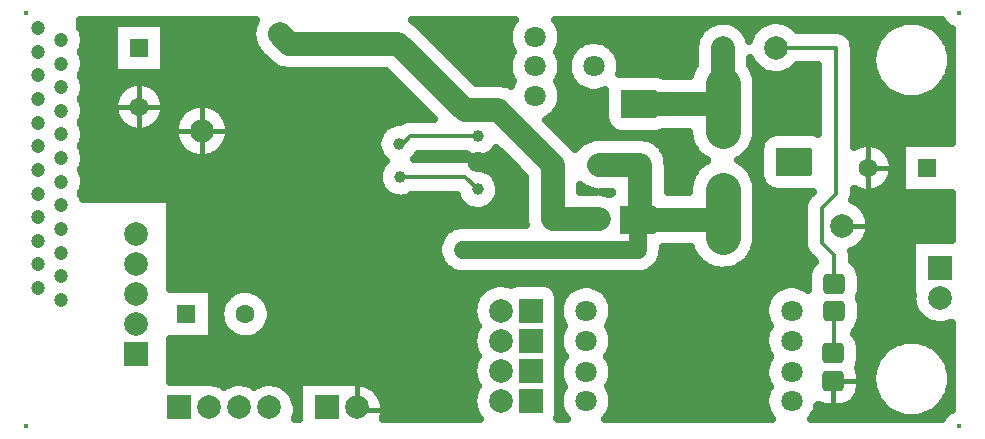
<source format=gbr>
G04 DipTrace 4.1.0.1*
G04 1 - Âåðõíèé.gbr*
%MOMM*%
G04 #@! TF.FileFunction,Copper,L1,Top*
G04 #@! TF.Part,Single*
%AMOUTLINE0*
4,1,28,
0.91,0.50068,
0.91,-0.50068,
0.89708,-0.59886,
0.85918,-0.69034,
0.7989,-0.7689,
0.72034,-0.82918,
0.62886,-0.86708,
0.53068,-0.88,
-0.53068,-0.88,
-0.62886,-0.86708,
-0.72034,-0.82918,
-0.7989,-0.7689,
-0.85918,-0.69034,
-0.89708,-0.59886,
-0.91,-0.50068,
-0.91,0.50068,
-0.89708,0.59886,
-0.85918,0.69034,
-0.7989,0.7689,
-0.72034,0.82918,
-0.62886,0.86708,
-0.53068,0.88,
0.53068,0.88,
0.62886,0.86708,
0.72034,0.82918,
0.7989,0.7689,
0.85918,0.69034,
0.89708,0.59886,
0.91,0.50068,
0*%
%AMOUTLINE1*
4,1,28,
-0.91,-0.50068,
-0.91,0.50068,
-0.89708,0.59886,
-0.85918,0.69034,
-0.7989,0.7689,
-0.72034,0.82918,
-0.62886,0.86708,
-0.53068,0.88,
0.53068,0.88,
0.62886,0.86708,
0.72034,0.82918,
0.7989,0.7689,
0.85918,0.69034,
0.89708,0.59886,
0.91,0.50068,
0.91,-0.50068,
0.89708,-0.59886,
0.85918,-0.69034,
0.7989,-0.7689,
0.72034,-0.82918,
0.62886,-0.86708,
0.53068,-0.88,
-0.53068,-0.88,
-0.62886,-0.86708,
-0.72034,-0.82918,
-0.7989,-0.7689,
-0.85918,-0.69034,
-0.89708,-0.59886,
-0.91,-0.50068,
0*%
%AMOUTLINE12*
4,1,28,
-1.38005,1.19994,
1.37995,1.20006,
1.41101,1.19597,
1.43995,1.18399,
1.4648,1.16492,
1.48387,1.14007,
1.49586,1.11112,
1.49995,1.08007,
1.50005,-1.07993,
1.49596,-1.11099,
1.48397,-1.13993,
1.4649,-1.16479,
1.44005,-1.18386,
1.41111,-1.19585,
1.38005,-1.19994,
-1.37995,-1.20006,
-1.41101,-1.19597,
-1.43995,-1.18399,
-1.4648,-1.16492,
-1.48387,-1.14007,
-1.49586,-1.11112,
-1.49995,-1.08007,
-1.50005,1.07993,
-1.49596,1.11099,
-1.48397,1.13993,
-1.4649,1.16479,
-1.44005,1.18386,
-1.41111,1.19585,
-1.38005,1.19994,
0*%
%AMOUTLINE16*
4,1,4,
-0.99996,1.00004,
1.00004,0.99996,
0.99996,-1.00004,
-1.00004,-0.99996,
-0.99996,1.00004,
0*%
G04 #@! TA.AperFunction,CopperBalancing*
%ADD15C,0.4*%
G04 #@! TA.AperFunction,Conductor*
%ADD16C,2.0*%
G04 #@! TA.AperFunction,ViaPad*
%ADD17C,1.0*%
G04 #@! TA.AperFunction,Conductor*
%ADD18C,0.33*%
%ADD19C,3.0*%
%ADD21C,1.5*%
G04 #@! TA.AperFunction,CopperBalancing*
%ADD24C,0.635*%
G04 #@! TA.AperFunction,ComponentPad*
%ADD25R,1.6X1.6*%
%ADD26C,1.6*%
%ADD30R,2.0X2.0*%
%ADD31C,2.0*%
%ADD32C,1.2*%
%ADD37C,1.8*%
G04 #@! TA.AperFunction,ViaPad*
%ADD38C,1.2*%
%ADD40C,1.4*%
%ADD45OUTLINE0*%
%ADD46OUTLINE1*%
%ADD57OUTLINE12*%
G04 #@! TA.AperFunction,ComponentPad*
%ADD61OUTLINE16*%
%FSLAX35Y35*%
G04*
G71*
G90*
G75*
G01*
G04 Top*
%LPD*%
X6350000Y3204820D2*
D18*
X6860000D1*
Y1969997D1*
X6740000Y1849997D1*
Y1550000D1*
X6844000Y1446000D1*
Y1207500D1*
X5900000Y3200000D2*
D16*
Y2900000D1*
D19*
Y2727723D1*
Y2500000D1*
X5190230Y2727723D2*
D16*
X5900000D1*
X2150000Y3320000D2*
X2230000Y3240000D1*
X3150000D1*
X3715000Y2675000D1*
X3995000D1*
X4460000Y2210000D1*
Y1750000D1*
X4850000D1*
X3170000Y2110000D2*
D18*
X3720000D1*
X3825000Y2005000D1*
X3160000Y2390000D2*
X3190000D1*
X3255000Y2455000D1*
X3830000D1*
X5182773Y1747720D2*
D17*
X5200000D1*
D16*
Y2215000D1*
X4850000D1*
X3700000Y1495000D2*
D21*
X5182773D1*
Y1747720D1*
D16*
X5900000D1*
D19*
Y2000000D1*
Y1747720D2*
X5901020Y1600007D1*
X6844000Y972500D2*
D18*
Y625500D1*
X6836000Y617500D1*
D38*
X4850000Y2215000D3*
D17*
X3160000Y2390000D3*
X3170000Y2110000D3*
X3825000Y2005000D3*
X3830000Y2455000D3*
D38*
X4850000Y1750000D3*
D40*
X3700000Y1495000D3*
D38*
X5900000Y3200000D3*
D15*
X0Y0D3*
Y3500000D3*
X7900000D3*
Y0D3*
D37*
X4310000Y3046000D3*
X3830000Y2235000D3*
X468213Y3375083D2*
D24*
X740617D1*
X1179380D2*
X1917220D1*
X3350793D2*
X4095103D1*
X4524840D2*
X5739877D1*
X6060103D2*
X6184577D1*
X6515420D2*
X7306443D1*
X7693573D2*
X7805287D1*
X494737Y3311917D2*
X740617D1*
X1179380D2*
X1910747D1*
X3413957D2*
X4081203D1*
X4538787D2*
X5689243D1*
X6110733D2*
X6136680D1*
X6970693D2*
X7237130D1*
X7762890D2*
X7831900D1*
X498157Y3248750D2*
X740617D1*
X1179380D2*
X1921777D1*
X3477120D2*
X4085670D1*
X4534320D2*
X4710703D1*
X4909293D2*
X5665773D1*
X7009250D2*
X7196023D1*
X7803997D2*
X7831900D1*
X479880Y3185583D2*
X740617D1*
X1179380D2*
X1953313D1*
X3540283D2*
X4109870D1*
X4510120D2*
X4629720D1*
X4990277D2*
X5660623D1*
X7015857D2*
X7172097D1*
X492093Y3122417D2*
X740617D1*
X1179380D2*
X2011693D1*
X3603493D2*
X4094147D1*
X4525890D2*
X4594127D1*
X5025870D2*
X5660623D1*
X7015857D2*
X7161660D1*
X499020Y3059250D2*
X740617D1*
X1179380D2*
X2076587D1*
X3666657D2*
X4081023D1*
X4538970D2*
X4581003D1*
X5038997D2*
X5659667D1*
X6140310D2*
X6161700D1*
X7015857D2*
X7163390D1*
X484620Y2996083D2*
X740617D1*
X1179380D2*
X3058047D1*
X3729823D2*
X4086307D1*
X4533727D2*
X4586290D1*
X5033710D2*
X5627447D1*
X6172577D2*
X6240083D1*
X6459913D2*
X6704107D1*
X7015857D2*
X7177563D1*
X488813Y2932917D2*
X3121210D1*
X3792987D2*
X4111420D1*
X4508573D2*
X4611443D1*
X6187433D2*
X6704107D1*
X7015857D2*
X7205910D1*
X7794107D2*
X7831900D1*
X499340Y2869750D2*
X819870D1*
X1100173D2*
X3184373D1*
X4526847D2*
X4666997D1*
X6189393D2*
X6704107D1*
X7015857D2*
X7253443D1*
X7746573D2*
X7831900D1*
X488630Y2806583D2*
X766960D1*
X1153037D2*
X3247540D1*
X4539107D2*
X4900833D1*
X6189393D2*
X6704107D1*
X7015857D2*
X7336707D1*
X7663267D2*
X7831900D1*
X484847Y2743417D2*
X744310D1*
X1175687D2*
X3310703D1*
X4533090D2*
X4900880D1*
X6189393D2*
X6704107D1*
X7015857D2*
X7831900D1*
X499067Y2680250D2*
X741987D1*
X1178057D2*
X1335983D1*
X1644040D2*
X3373867D1*
X4506977D2*
X4900880D1*
X6189393D2*
X6704107D1*
X7015857D2*
X7831900D1*
X491957Y2617083D2*
X759167D1*
X1160830D2*
X1282160D1*
X1697817D2*
X3437030D1*
X4449510D2*
X4900880D1*
X6189393D2*
X6704107D1*
X7015857D2*
X7831900D1*
X480153Y2553917D2*
X802507D1*
X1117537D2*
X1256960D1*
X1723063D2*
X3072220D1*
X4451970D2*
X4916647D1*
X6189393D2*
X6704107D1*
X7015857D2*
X7831900D1*
X498247Y2490750D2*
X1250807D1*
X1729170D2*
X3000853D1*
X4515133D2*
X4979583D1*
X5400890D2*
X5610767D1*
X6189210D2*
X6354837D1*
X6651137D2*
X6704107D1*
X7015857D2*
X7831900D1*
X494647Y2427583D2*
X1262153D1*
X1717823D2*
X2974510D1*
X4578300D2*
X4748210D1*
X5301770D2*
X5620063D1*
X6179960D2*
X6238670D1*
X7015857D2*
X7831900D1*
X474687Y2364417D2*
X1294147D1*
X1685877D2*
X2972413D1*
X4640870D2*
X4664857D1*
X5385167D2*
X5645220D1*
X6154803D2*
X6214563D1*
X7254250D2*
X7410623D1*
X496833Y2301250D2*
X1362003D1*
X1617973D2*
X2993607D1*
X3326410D2*
X3724367D1*
X3935630D2*
X4032850D1*
X5422810D2*
X5692160D1*
X6107863D2*
X6213380D1*
X7316137D2*
X7410623D1*
X496697Y2238083D2*
X3032937D1*
X3803513D2*
X4096017D1*
X5438213D2*
X5740607D1*
X6059373D2*
X6213380D1*
X7343163D2*
X7410623D1*
X474320Y2174917D2*
X2992513D1*
X3899353D2*
X4159180D1*
X5439353D2*
X5671153D1*
X6128827D2*
X6213380D1*
X7349040D2*
X7410623D1*
X494830Y2111750D2*
X2980617D1*
X3980017D2*
X4220610D1*
X5439353D2*
X5633647D1*
X6166377D2*
X6214517D1*
X7335643D2*
X7410623D1*
X498200Y2048583D2*
X2991237D1*
X4009093D2*
X4220610D1*
X5439353D2*
X5614823D1*
X6185153D2*
X6238260D1*
X7298273D2*
X7410623D1*
X479880Y1985417D2*
X3029563D1*
X4013330D2*
X4220610D1*
X4699387D2*
X4803763D1*
X5439353D2*
X5610630D1*
X6189393D2*
X6344537D1*
X7015857D2*
X7054790D1*
X7205213D2*
X7410623D1*
X492187Y1922250D2*
X3655417D1*
X3994600D2*
X4220610D1*
X6189393D2*
X6602753D1*
X7008063D2*
X7831900D1*
X1228097Y1859083D2*
X3708190D1*
X3941827D2*
X4220610D1*
X6189393D2*
X6584387D1*
X7085673D2*
X7831900D1*
X1228097Y1795917D2*
X4220610D1*
X6189393D2*
X6584113D1*
X7128240D2*
X7831900D1*
X1228097Y1732750D2*
X4221250D1*
X6189483D2*
X6584113D1*
X7146923D2*
X7831900D1*
X1228097Y1669583D2*
X3580540D1*
X6189940D2*
X6584113D1*
X7147517D2*
X7831900D1*
X1228097Y1606417D2*
X3517970D1*
X6190350D2*
X6584113D1*
X7130200D2*
X7831900D1*
X1228097Y1543250D2*
X3491307D1*
X6184653D2*
X6584297D1*
X7089687D2*
X7500630D1*
X1228097Y1480083D2*
X3486160D1*
X5396607D2*
X5638293D1*
X6163733D2*
X6601477D1*
X6996170D2*
X7500630D1*
X1228097Y1416917D2*
X3500833D1*
X5381930D2*
X5678853D1*
X6123173D2*
X6655300D1*
X6999860D2*
X7500630D1*
X1228097Y1353750D2*
X3540937D1*
X5341827D2*
X5755190D1*
X6046840D2*
X6643267D1*
X7044750D2*
X7500630D1*
X1228097Y1290583D2*
X3655097D1*
X5227667D2*
X6616837D1*
X7071137D2*
X7500630D1*
X1228097Y1227417D2*
X6613647D1*
X7074373D2*
X7500630D1*
X1228097Y1164250D2*
X3874760D1*
X4483323D2*
X4613907D1*
X4872610D2*
X6353790D1*
X7074373D2*
X7500630D1*
X1579373Y1101083D2*
X1705260D1*
X2014730D2*
X3817110D1*
X4512900D2*
X4550787D1*
X4935727D2*
X6290717D1*
X7064803D2*
X7500997D1*
X1579373Y1037917D2*
X1660417D1*
X2059573D2*
X3789903D1*
X4964483D2*
X6262003D1*
X7073690D2*
X7506147D1*
X1579373Y974750D2*
X1642277D1*
X2077713D2*
X3782153D1*
X4972597D2*
X6253893D1*
X7074373D2*
X7530117D1*
X1579373Y911583D2*
X1643827D1*
X2076210D2*
X3791860D1*
X4962433D2*
X6264100D1*
X7074007D2*
X7581707D1*
X1579373Y848417D2*
X1665473D1*
X2054517D2*
X3818613D1*
X4512490D2*
X4552337D1*
X4934177D2*
X6292267D1*
X7057510D2*
X7831900D1*
X1579373Y785250D2*
X1716517D1*
X2003473D2*
X3790540D1*
X4963800D2*
X6262643D1*
X7019413D2*
X7831900D1*
X1228097Y722083D2*
X3782153D1*
X4972597D2*
X6253893D1*
X7057467D2*
X7410077D1*
X7589940D2*
X7831900D1*
X1228097Y658917D2*
X3791177D1*
X4963163D2*
X6263373D1*
X7066353D2*
X7284660D1*
X7715357D2*
X7831900D1*
X1228097Y595750D2*
X3820117D1*
X4511990D2*
X4553887D1*
X4932627D2*
X6293950D1*
X7066353D2*
X7224550D1*
X7775420D2*
X7831900D1*
X1228097Y532583D2*
X3791177D1*
X4959837D2*
X6266607D1*
X7062797D2*
X7188457D1*
X7811560D2*
X7831900D1*
X1228097Y469417D2*
X3782153D1*
X4972323D2*
X6254167D1*
X7062340D2*
X7168223D1*
X1228097Y406250D2*
X3790540D1*
X4966490D2*
X6260047D1*
X7066353D2*
X7160977D1*
X2180617Y343083D2*
X2309647D1*
X2923590D2*
X3818613D1*
X4512447D2*
X4545910D1*
X4940603D2*
X6285930D1*
X7066353D2*
X7165807D1*
X2252713Y279917D2*
X2309647D1*
X2995687D2*
X3791860D1*
X4962387D2*
X6264057D1*
X7058103D2*
X7183307D1*
X2286390Y216750D2*
X2309647D1*
X3029367D2*
X3782153D1*
X4972597D2*
X6253893D1*
X7021280D2*
X7215890D1*
X7784080D2*
X7831900D1*
X3041990Y153583D2*
X3789903D1*
X4964483D2*
X6262003D1*
X6704457D2*
X7270033D1*
X7729940D2*
X7831900D1*
X3037023Y90417D2*
X3817153D1*
X4512900D2*
X4550743D1*
X4935773D2*
X6290760D1*
X6675700D2*
X7371660D1*
X7628357D2*
X7770193D1*
X770300Y3417020D2*
X1173007D1*
Y2990980D1*
X746967D1*
Y3417020D1*
X770300D1*
X1172890Y2696223D2*
X1172463Y2688453D1*
X1171753Y2680707D1*
X1170763Y2672987D1*
X1169490Y2665310D1*
X1167937Y2657687D1*
X1166107Y2650123D1*
X1164000Y2642633D1*
X1161623Y2635223D1*
X1158977Y2627907D1*
X1156067Y2620690D1*
X1152893Y2613587D1*
X1149460Y2606603D1*
X1145777Y2599747D1*
X1141847Y2593033D1*
X1137673Y2586467D1*
X1133260Y2580057D1*
X1128620Y2573810D1*
X1123750Y2567740D1*
X1118667Y2561850D1*
X1113370Y2556150D1*
X1107867Y2550650D1*
X1102167Y2545350D1*
X1096277Y2540267D1*
X1090207Y2535397D1*
X1083963Y2530757D1*
X1077553Y2526343D1*
X1070987Y2522170D1*
X1064270Y2518237D1*
X1057417Y2514553D1*
X1050433Y2511123D1*
X1043330Y2507950D1*
X1036113Y2505037D1*
X1028797Y2502390D1*
X1021387Y2500013D1*
X1013897Y2497907D1*
X1006333Y2496077D1*
X998707Y2494523D1*
X991033Y2493250D1*
X983313Y2492260D1*
X975567Y2491550D1*
X967797Y2491123D1*
X960017Y2490980D1*
X952237Y2491123D1*
X944467Y2491547D1*
X936717Y2492257D1*
X929000Y2493250D1*
X921323Y2494523D1*
X913700Y2496077D1*
X906137Y2497907D1*
X898643Y2500010D1*
X891237Y2502387D1*
X883917Y2505033D1*
X876703Y2507947D1*
X869597Y2511120D1*
X862613Y2514550D1*
X855760Y2518233D1*
X849043Y2522167D1*
X842477Y2526340D1*
X836067Y2530750D1*
X829823Y2535393D1*
X823753Y2540260D1*
X817863Y2545347D1*
X812163Y2550643D1*
X806660Y2556147D1*
X801363Y2561843D1*
X796277Y2567733D1*
X791410Y2573803D1*
X786767Y2580050D1*
X782357Y2586460D1*
X778180Y2593027D1*
X774250Y2599740D1*
X770567Y2606593D1*
X767133Y2613580D1*
X763960Y2620683D1*
X761050Y2627900D1*
X758403Y2635217D1*
X756023Y2642627D1*
X753920Y2650117D1*
X752090Y2657680D1*
X750537Y2665303D1*
X749263Y2672980D1*
X748270Y2680697D1*
X747560Y2688447D1*
X747133Y2696217D1*
X746993Y2703997D1*
X747133Y2711777D1*
X747560Y2719547D1*
X748270Y2727293D1*
X749260Y2735013D1*
X750533Y2742690D1*
X752087Y2750313D1*
X753917Y2757877D1*
X756023Y2765367D1*
X758400Y2772777D1*
X761047Y2780093D1*
X763957Y2787310D1*
X767133Y2794413D1*
X770563Y2801397D1*
X774247Y2808253D1*
X778177Y2814967D1*
X782350Y2821533D1*
X786763Y2827943D1*
X791403Y2834190D1*
X796273Y2840260D1*
X801357Y2846150D1*
X806657Y2851850D1*
X812157Y2857350D1*
X817857Y2862650D1*
X823747Y2867733D1*
X829817Y2872603D1*
X836060Y2877243D1*
X842470Y2881657D1*
X849037Y2885830D1*
X855753Y2889763D1*
X862607Y2893447D1*
X869590Y2896877D1*
X876697Y2900050D1*
X883910Y2902963D1*
X891227Y2905610D1*
X898637Y2907987D1*
X906127Y2910093D1*
X913690Y2911923D1*
X921317Y2913477D1*
X928993Y2914750D1*
X936710Y2915740D1*
X944460Y2916450D1*
X952227Y2916877D1*
X960007Y2917020D1*
X967787Y2916877D1*
X975557Y2916453D1*
X983307Y2915743D1*
X991023Y2914750D1*
X998700Y2913477D1*
X1006327Y2911923D1*
X1013887Y2910093D1*
X1021380Y2907990D1*
X1028787Y2905613D1*
X1036107Y2902967D1*
X1043320Y2900053D1*
X1050427Y2896880D1*
X1057410Y2893450D1*
X1064263Y2889767D1*
X1070980Y2885833D1*
X1077547Y2881660D1*
X1083957Y2877250D1*
X1090200Y2872607D1*
X1096273Y2867740D1*
X1102160Y2862653D1*
X1107860Y2857357D1*
X1113363Y2851853D1*
X1118660Y2846157D1*
X1123747Y2840267D1*
X1128613Y2834197D1*
X1133257Y2827950D1*
X1137667Y2821540D1*
X1141843Y2814973D1*
X1145773Y2808260D1*
X1149457Y2801407D1*
X1152890Y2794420D1*
X1156063Y2787317D1*
X1158973Y2780100D1*
X1161620Y2772783D1*
X1164000Y2765373D1*
X1166103Y2757883D1*
X1167933Y2750320D1*
X1169487Y2742697D1*
X1170760Y2735020D1*
X1171753Y2727303D1*
X1172463Y2719553D1*
X1172890Y2711783D1*
X1173033Y2704000D1*
X1172890Y2696223D1*
X2071743Y924977D2*
X2067897Y901823D1*
X2061527Y879237D1*
X2052710Y857483D1*
X2041553Y836837D1*
X2028193Y817540D1*
X2012793Y799830D1*
X1995537Y783923D1*
X1976633Y770010D1*
X1956317Y758263D1*
X1934830Y748820D1*
X1912437Y741797D1*
X1889407Y737283D1*
X1866017Y735327D1*
X1842557Y735957D1*
X1819307Y739167D1*
X1796553Y744910D1*
X1774567Y753127D1*
X1753617Y763707D1*
X1733960Y776530D1*
X1715833Y791440D1*
X1699457Y808250D1*
X1685030Y826760D1*
X1672727Y846747D1*
X1662693Y867963D1*
X1655057Y890157D1*
X1649910Y913053D1*
X1647313Y936380D1*
X1647297Y959850D1*
X1649860Y983180D1*
X1654977Y1006083D1*
X1662583Y1028287D1*
X1672583Y1049520D1*
X1684860Y1069520D1*
X1699263Y1088053D1*
X1715617Y1104887D1*
X1733723Y1119820D1*
X1753363Y1132670D1*
X1774297Y1143280D1*
X1796270Y1151527D1*
X1819017Y1157303D1*
X1842260Y1160543D1*
X1865720Y1161207D1*
X1889113Y1159283D1*
X1912150Y1154800D1*
X1934553Y1147810D1*
X1956053Y1138397D1*
X1976387Y1126677D1*
X1995307Y1112790D1*
X2012587Y1096907D1*
X2028013Y1079220D1*
X2041397Y1059943D1*
X2052583Y1039310D1*
X2061430Y1017570D1*
X2067833Y994990D1*
X2071710Y971843D1*
X2073020Y948263D1*
X2071743Y924977D1*
X7831933Y3076687D2*
X7829497Y3053587D1*
X7825457Y3030717D1*
X7819830Y3008183D1*
X7812647Y2986097D1*
X7803940Y2964563D1*
X7793753Y2943693D1*
X7782133Y2923583D1*
X7769140Y2904330D1*
X7754837Y2886033D1*
X7739290Y2868780D1*
X7722577Y2852650D1*
X7704780Y2837727D1*
X7685987Y2824080D1*
X7666287Y2811780D1*
X7645777Y2800880D1*
X7624553Y2791440D1*
X7602727Y2783503D1*
X7580400Y2777110D1*
X7557680Y2772287D1*
X7534680Y2769063D1*
X7511510Y2767450D1*
X7488283Y2767457D1*
X7465117Y2769083D1*
X7442117Y2772323D1*
X7419400Y2777160D1*
X7397077Y2783567D1*
X7375253Y2791517D1*
X7354040Y2800970D1*
X7333537Y2811880D1*
X7313843Y2824197D1*
X7295057Y2837853D1*
X7277270Y2852787D1*
X7260567Y2868927D1*
X7245033Y2886190D1*
X7230740Y2904497D1*
X7217757Y2923757D1*
X7206150Y2943873D1*
X7195977Y2964753D1*
X7187283Y2986290D1*
X7180113Y3008380D1*
X7174500Y3030917D1*
X7170473Y3053793D1*
X7168053Y3076890D1*
X7167250Y3100103D1*
X7168067Y3123313D1*
X7170503Y3146413D1*
X7174543Y3169283D1*
X7180170Y3191817D1*
X7187353Y3213903D1*
X7196060Y3235437D1*
X7206247Y3256307D1*
X7217867Y3276417D1*
X7230860Y3295670D1*
X7245163Y3313967D1*
X7260710Y3331220D1*
X7277423Y3347350D1*
X7295220Y3362273D1*
X7314013Y3375920D1*
X7333713Y3388220D1*
X7354223Y3399120D1*
X7375447Y3408560D1*
X7397273Y3416497D1*
X7419600Y3422890D1*
X7442320Y3427713D1*
X7465320Y3430937D1*
X7488490Y3432550D1*
X7511717Y3432543D1*
X7534883Y3430917D1*
X7557883Y3427677D1*
X7580600Y3422840D1*
X7602923Y3416433D1*
X7624747Y3408483D1*
X7645960Y3399030D1*
X7666463Y3388120D1*
X7686157Y3375803D1*
X7704943Y3362147D1*
X7722730Y3347213D1*
X7739433Y3331073D1*
X7754967Y3313810D1*
X7769260Y3295503D1*
X7782243Y3276243D1*
X7793850Y3256127D1*
X7804023Y3235247D1*
X7812717Y3213710D1*
X7819887Y3191620D1*
X7825500Y3169083D1*
X7829527Y3146207D1*
X7831947Y3123110D1*
X7832750Y3100000D1*
X7831933Y3076687D1*
Y376687D2*
X7829497Y353587D1*
X7825457Y330717D1*
X7819830Y308183D1*
X7812647Y286097D1*
X7803940Y264563D1*
X7793753Y243693D1*
X7782133Y223583D1*
X7769140Y204330D1*
X7754837Y186033D1*
X7739290Y168780D1*
X7722577Y152650D1*
X7704780Y137727D1*
X7685987Y124080D1*
X7666287Y111780D1*
X7645777Y100880D1*
X7624553Y91440D1*
X7602727Y83503D1*
X7580400Y77110D1*
X7557680Y72287D1*
X7534680Y69063D1*
X7511510Y67450D1*
X7488283Y67457D1*
X7465117Y69083D1*
X7442117Y72323D1*
X7419400Y77160D1*
X7397077Y83567D1*
X7375253Y91517D1*
X7354040Y100970D1*
X7333537Y111880D1*
X7313843Y124197D1*
X7295057Y137853D1*
X7277270Y152787D1*
X7260567Y168927D1*
X7245033Y186190D1*
X7230740Y204497D1*
X7217757Y223757D1*
X7206150Y243873D1*
X7195977Y264753D1*
X7187283Y286290D1*
X7180113Y308380D1*
X7174500Y330917D1*
X7170473Y353793D1*
X7168053Y376890D1*
X7167250Y400103D1*
X7168067Y423313D1*
X7170503Y446413D1*
X7174543Y469283D1*
X7180170Y491817D1*
X7187353Y513903D1*
X7196060Y535437D1*
X7206247Y556307D1*
X7217867Y576417D1*
X7230860Y595670D1*
X7245163Y613967D1*
X7260710Y631220D1*
X7277423Y647350D1*
X7295220Y662273D1*
X7314013Y675920D1*
X7333713Y688220D1*
X7354223Y699120D1*
X7375447Y708560D1*
X7397273Y716497D1*
X7419600Y722890D1*
X7442320Y727713D1*
X7465320Y730937D1*
X7488490Y732550D1*
X7511717Y732543D1*
X7534883Y730917D1*
X7557883Y727677D1*
X7580600Y722840D1*
X7602923Y716433D1*
X7624747Y708483D1*
X7645960Y699030D1*
X7666463Y688120D1*
X7686157Y675803D1*
X7704943Y662147D1*
X7722730Y647213D1*
X7739433Y631073D1*
X7754967Y613810D1*
X7769260Y595503D1*
X7782243Y576243D1*
X7793850Y556127D1*
X7804023Y535247D1*
X7812717Y513710D1*
X7819887Y491620D1*
X7825500Y469083D1*
X7829527Y446207D1*
X7831947Y423110D1*
X7832750Y400000D1*
X7831933Y376687D1*
X1979137Y3161560D2*
X1964197Y3179377D1*
X1951117Y3198573D1*
X1940017Y3218980D1*
X1931000Y3240390D1*
X1924163Y3262590D1*
X1919570Y3285363D1*
X1917267Y3308477D1*
X1917273Y3331710D1*
X1919597Y3354823D1*
X1924210Y3377590D1*
X1931063Y3399787D1*
X1940107Y3421207D1*
X1722890Y2492223D2*
X1722500Y2484447D1*
X1721850Y2476687D1*
X1720943Y2468950D1*
X1719777Y2461253D1*
X1718353Y2453597D1*
X1716673Y2445990D1*
X1714743Y2438447D1*
X1712560Y2430970D1*
X1710130Y2423573D1*
X1707453Y2416260D1*
X1704533Y2409040D1*
X1701373Y2401923D1*
X1697980Y2394913D1*
X1694353Y2388023D1*
X1690497Y2381257D1*
X1686417Y2374623D1*
X1682117Y2368130D1*
X1677603Y2361787D1*
X1672880Y2355593D1*
X1667953Y2349563D1*
X1662827Y2343700D1*
X1657507Y2338013D1*
X1652000Y2332507D1*
X1646313Y2327187D1*
X1640453Y2322060D1*
X1634423Y2317133D1*
X1628230Y2312410D1*
X1621887Y2307893D1*
X1615393Y2303593D1*
X1608760Y2299513D1*
X1601993Y2295657D1*
X1595103Y2292030D1*
X1588097Y2288633D1*
X1580977Y2285473D1*
X1573760Y2282553D1*
X1566447Y2279877D1*
X1559047Y2277443D1*
X1551573Y2275263D1*
X1544030Y2273330D1*
X1536423Y2271650D1*
X1528767Y2270227D1*
X1521070Y2269060D1*
X1513333Y2268150D1*
X1505573Y2267500D1*
X1497797Y2267110D1*
X1490010Y2266980D1*
X1482223Y2267110D1*
X1474447Y2267500D1*
X1466687Y2268150D1*
X1458950Y2269057D1*
X1451253Y2270223D1*
X1443597Y2271647D1*
X1435990Y2273327D1*
X1428447Y2275257D1*
X1420970Y2277440D1*
X1413573Y2279870D1*
X1406260Y2282547D1*
X1399040Y2285467D1*
X1391923Y2288627D1*
X1384913Y2292020D1*
X1378023Y2295647D1*
X1371257Y2299503D1*
X1364623Y2303583D1*
X1358130Y2307883D1*
X1351787Y2312397D1*
X1345593Y2317120D1*
X1339563Y2322047D1*
X1333700Y2327173D1*
X1328013Y2332493D1*
X1322507Y2338000D1*
X1317187Y2343687D1*
X1312060Y2349547D1*
X1307133Y2355577D1*
X1302410Y2361770D1*
X1297893Y2368113D1*
X1293593Y2374607D1*
X1289513Y2381240D1*
X1285657Y2388007D1*
X1282030Y2394897D1*
X1278633Y2401903D1*
X1275473Y2409023D1*
X1272553Y2416240D1*
X1269877Y2423553D1*
X1267443Y2430953D1*
X1265263Y2438427D1*
X1263330Y2445970D1*
X1261650Y2453577D1*
X1260227Y2461233D1*
X1259060Y2468930D1*
X1258150Y2476667D1*
X1257500Y2484427D1*
X1257110Y2492203D1*
X1256980Y2499990D1*
X1257110Y2507777D1*
X1257500Y2515553D1*
X1258150Y2523313D1*
X1259057Y2531050D1*
X1260223Y2538747D1*
X1261647Y2546403D1*
X1263327Y2554010D1*
X1265257Y2561553D1*
X1267440Y2569030D1*
X1269870Y2576427D1*
X1272547Y2583740D1*
X1275467Y2590960D1*
X1278627Y2598077D1*
X1282020Y2605087D1*
X1285647Y2611977D1*
X1289503Y2618743D1*
X1293583Y2625377D1*
X1297883Y2631870D1*
X1302397Y2638213D1*
X1307120Y2644407D1*
X1312047Y2650437D1*
X1317173Y2656300D1*
X1322493Y2661987D1*
X1328000Y2667493D1*
X1333687Y2672813D1*
X1339547Y2677940D1*
X1345577Y2682867D1*
X1351770Y2687590D1*
X1358113Y2692107D1*
X1364607Y2696407D1*
X1371240Y2700487D1*
X1378007Y2704343D1*
X1384897Y2707970D1*
X1391903Y2711367D1*
X1399023Y2714527D1*
X1406240Y2717447D1*
X1413553Y2720123D1*
X1420953Y2722557D1*
X1428427Y2724737D1*
X1435970Y2726670D1*
X1443577Y2728350D1*
X1451233Y2729773D1*
X1458930Y2730940D1*
X1466667Y2731850D1*
X1474427Y2732500D1*
X1482203Y2732890D1*
X1489990Y2733020D1*
X1497777Y2732890D1*
X1505553Y2732500D1*
X1513313Y2731850D1*
X1521050Y2730943D1*
X1528747Y2729777D1*
X1536403Y2728353D1*
X1544010Y2726673D1*
X1551553Y2724743D1*
X1559030Y2722560D1*
X1566427Y2720130D1*
X1573740Y2717453D1*
X1580960Y2714533D1*
X1588077Y2711373D1*
X1595087Y2707980D1*
X1601977Y2704353D1*
X1608743Y2700497D1*
X1615377Y2696417D1*
X1621870Y2692117D1*
X1628213Y2687603D1*
X1634407Y2682880D1*
X1640437Y2677953D1*
X1646300Y2672827D1*
X1651987Y2667507D1*
X1657493Y2662000D1*
X1662813Y2656313D1*
X1667940Y2650453D1*
X1672867Y2644423D1*
X1677590Y2638230D1*
X1682107Y2631887D1*
X1686407Y2625393D1*
X1690487Y2618760D1*
X1694343Y2611993D1*
X1697970Y2605103D1*
X1701367Y2598097D1*
X1704527Y2590977D1*
X1707447Y2583760D1*
X1710123Y2576447D1*
X1712557Y2569047D1*
X1714737Y2561573D1*
X1716670Y2554030D1*
X1718350Y2546423D1*
X1719773Y2538767D1*
X1720940Y2531070D1*
X1721850Y2523333D1*
X1722500Y2515573D1*
X1722890Y2507797D1*
X1723020Y2500000D1*
X1722890Y2492223D1*
X3994930Y2908020D2*
X3811523Y2908017D1*
X3314770Y3404770D1*
X3308490Y3410820D1*
X3290620Y3425807D1*
X3272437Y3438250D1*
X4138603Y3438243D1*
X4129550Y3427063D1*
X4116837Y3407483D1*
X4106243Y3386683D1*
X4097880Y3364890D1*
X4091840Y3342340D1*
X4088190Y3319283D1*
X4086970Y3295970D1*
X4088193Y3272660D1*
X4091847Y3249603D1*
X4097893Y3227053D1*
X4106260Y3205263D1*
X4116860Y3184463D1*
X4125450Y3170743D1*
X4116850Y3157490D1*
X4106253Y3136690D1*
X4097890Y3114897D1*
X4091850Y3092347D1*
X4088200Y3069290D1*
X4086980Y3045980D1*
X4088203Y3022667D1*
X4091857Y2999610D1*
X4097903Y2977063D1*
X4106270Y2955270D1*
X4116870Y2934470D1*
X4125460Y2920733D1*
X4116860Y2907483D1*
X4106263Y2886683D1*
X4104050Y2880913D1*
X4095847Y2885067D1*
X4074340Y2894097D1*
X4052040Y2900930D1*
X4029170Y2905500D1*
X4005933Y2907763D1*
X3994930Y2908020D1*
X7022187Y805947D2*
X7036890Y824070D1*
X7048973Y844010D1*
X7058230Y865410D1*
X7064490Y887867D1*
X7067637Y910993D1*
X7068020Y922507D1*
Y1022203D1*
X7067610Y1034423D1*
X7064410Y1057517D1*
X7058090Y1079983D1*
X7058230Y1100410D1*
X7064490Y1122867D1*
X7067637Y1145993D1*
X7068020Y1157507D1*
Y1257447D1*
X7067610Y1269423D1*
X7064410Y1292517D1*
X7058097Y1314963D1*
X7048790Y1336340D1*
X7036663Y1356250D1*
X7021937Y1374327D1*
X7004887Y1390230D1*
X6993520Y1398703D1*
X6993490Y1449067D1*
X6991197Y1472263D1*
X6989597Y1480030D1*
X6993760Y1481553D1*
X7000977Y1484473D1*
X7008097Y1487633D1*
X7015103Y1491030D1*
X7021993Y1494657D1*
X7028760Y1498513D1*
X7035393Y1502593D1*
X7041887Y1506893D1*
X7048230Y1511410D1*
X7054423Y1516133D1*
X7060453Y1521060D1*
X7066313Y1526187D1*
X7072000Y1531507D1*
X7077507Y1537013D1*
X7082827Y1542700D1*
X7087953Y1548563D1*
X7092880Y1554593D1*
X7097603Y1560787D1*
X7102117Y1567130D1*
X7106417Y1573623D1*
X7110497Y1580257D1*
X7114353Y1587023D1*
X7117980Y1593913D1*
X7121373Y1600923D1*
X7124533Y1608040D1*
X7127453Y1615260D1*
X7130130Y1622573D1*
X7132560Y1629970D1*
X7134743Y1637447D1*
X7136673Y1644990D1*
X7138353Y1652597D1*
X7139777Y1660253D1*
X7140943Y1667950D1*
X7141850Y1675687D1*
X7142500Y1683447D1*
X7142890Y1691223D1*
X7143020Y1699010D1*
X7142890Y1706797D1*
X7142500Y1714573D1*
X7141850Y1722333D1*
X7140940Y1730070D1*
X7139773Y1737767D1*
X7138350Y1745423D1*
X7136670Y1753030D1*
X7134737Y1760573D1*
X7132557Y1768047D1*
X7130123Y1775447D1*
X7127447Y1782760D1*
X7124527Y1789977D1*
X7121367Y1797097D1*
X7117970Y1804103D1*
X7114343Y1810993D1*
X7110487Y1817760D1*
X7106407Y1824393D1*
X7102107Y1830887D1*
X7097590Y1837230D1*
X7092867Y1843423D1*
X7087940Y1849453D1*
X7082813Y1855313D1*
X7077493Y1861000D1*
X7071987Y1866507D1*
X7066300Y1871827D1*
X7060437Y1876953D1*
X7054407Y1881880D1*
X7048213Y1886603D1*
X7041870Y1891117D1*
X7035377Y1895417D1*
X7028743Y1899497D1*
X7021977Y1903353D1*
X7015087Y1906980D1*
X7008077Y1910373D1*
X7000960Y1913533D1*
X6998810Y1914403D1*
X7005433Y1935283D1*
X7009063Y1958330D1*
X7009520Y1970060D1*
X7009517Y2011360D1*
X7012467Y2009333D1*
X7019033Y2005157D1*
X7025747Y2001227D1*
X7032603Y1997543D1*
X7039587Y1994113D1*
X7046690Y1990940D1*
X7053907Y1988027D1*
X7061223Y1985380D1*
X7068633Y1983003D1*
X7076123Y1980897D1*
X7083687Y1979067D1*
X7091310Y1977517D1*
X7098987Y1976243D1*
X7106707Y1975250D1*
X7114453Y1974540D1*
X7122223Y1974113D1*
X7130003Y1973973D1*
X7137783Y1974113D1*
X7145553Y1974540D1*
X7153303Y1975250D1*
X7161020Y1976243D1*
X7168697Y1977517D1*
X7176320Y1979070D1*
X7183883Y1980900D1*
X7191373Y1983007D1*
X7198783Y1985383D1*
X7206100Y1988030D1*
X7213317Y1990943D1*
X7220420Y1994117D1*
X7227407Y1997547D1*
X7234260Y2001230D1*
X7240973Y2005163D1*
X7247540Y2009337D1*
X7253950Y2013747D1*
X7260197Y2018390D1*
X7266267Y2023257D1*
X7272157Y2028343D1*
X7277853Y2033640D1*
X7283357Y2039143D1*
X7288653Y2044843D1*
X7293740Y2050733D1*
X7298607Y2056803D1*
X7303250Y2063047D1*
X7307660Y2069457D1*
X7311833Y2076027D1*
X7315767Y2082740D1*
X7319450Y2089593D1*
X7322880Y2096580D1*
X7326053Y2103683D1*
X7328967Y2110900D1*
X7331613Y2118217D1*
X7333990Y2125627D1*
X7336093Y2133117D1*
X7337923Y2140680D1*
X7339477Y2148303D1*
X7340750Y2155980D1*
X7341743Y2163697D1*
X7342453Y2171447D1*
X7342877Y2179217D1*
X7343020Y2186997D1*
X7342877Y2194777D1*
X7342450Y2202547D1*
X7341740Y2210293D1*
X7340750Y2218013D1*
X7339477Y2225690D1*
X7337923Y2233313D1*
X7336093Y2240877D1*
X7333987Y2248367D1*
X7331610Y2255777D1*
X7328963Y2263093D1*
X7326050Y2270310D1*
X7322877Y2277413D1*
X7319447Y2284397D1*
X7315763Y2291253D1*
X7311830Y2297967D1*
X7307657Y2304533D1*
X7303243Y2310943D1*
X7298603Y2317187D1*
X7293733Y2323260D1*
X7288650Y2329147D1*
X7283350Y2334847D1*
X7277850Y2340350D1*
X7272150Y2345647D1*
X7266260Y2350733D1*
X7260190Y2355600D1*
X7253943Y2360243D1*
X7247533Y2364653D1*
X7240967Y2368827D1*
X7234253Y2372760D1*
X7227397Y2376443D1*
X7220413Y2379873D1*
X7213310Y2383047D1*
X7206093Y2385957D1*
X7198777Y2388603D1*
X7191367Y2390983D1*
X7183877Y2393087D1*
X7176313Y2394917D1*
X7168690Y2396470D1*
X7161013Y2397743D1*
X7153293Y2398737D1*
X7145547Y2399443D1*
X7137777Y2399870D1*
X7129997Y2400013D1*
X7122217Y2399870D1*
X7114447Y2399443D1*
X7106697Y2398733D1*
X7098980Y2397743D1*
X7091303Y2396470D1*
X7083680Y2394917D1*
X7076117Y2393087D1*
X7068627Y2390980D1*
X7061217Y2388603D1*
X7053900Y2385957D1*
X7046683Y2383043D1*
X7039580Y2379870D1*
X7032593Y2376440D1*
X7025740Y2372753D1*
X7019027Y2368823D1*
X7012460Y2364650D1*
X7009520Y2362667D1*
X7009490Y3207883D1*
X7007197Y3231080D1*
X7001327Y3253640D1*
X6992020Y3275010D1*
X6979507Y3294677D1*
X6964090Y3312160D1*
X6946140Y3327033D1*
X6926100Y3338937D1*
X6904453Y3347580D1*
X6881700Y3352757D1*
X6859940Y3354340D1*
X6528713Y3354333D1*
X6512770Y3371567D1*
X6495360Y3386943D1*
X6476503Y3400513D1*
X6456390Y3412137D1*
X6435220Y3421697D1*
X6413200Y3429107D1*
X6390557Y3434283D1*
X6367507Y3437180D1*
X6344283Y3437770D1*
X6321117Y3436043D1*
X6298240Y3432020D1*
X6275873Y3425737D1*
X6254247Y3417257D1*
X6233570Y3406667D1*
X6214053Y3394073D1*
X6195883Y3379597D1*
X6179247Y3363383D1*
X6164310Y3345593D1*
X6151213Y3326403D1*
X6140097Y3306007D1*
X6131063Y3284607D1*
X6124227Y3262447D1*
X6119850Y3277233D1*
X6111027Y3298823D1*
X6100090Y3319423D1*
X6087150Y3338830D1*
X6072333Y3356843D1*
X6055793Y3373283D1*
X6037690Y3387990D1*
X6018207Y3400813D1*
X5997540Y3411623D1*
X5975897Y3420313D1*
X5953490Y3426797D1*
X5930550Y3431010D1*
X5907303Y3432907D1*
X5883987Y3432470D1*
X5860827Y3429703D1*
X5838060Y3424637D1*
X5815913Y3417320D1*
X5794610Y3407827D1*
X5774363Y3396250D1*
X5755373Y3382707D1*
X5737833Y3367333D1*
X5721917Y3350283D1*
X5707787Y3331727D1*
X5695580Y3311853D1*
X5685423Y3290857D1*
X5677413Y3268953D1*
X5671637Y3246357D1*
X5668147Y3223293D1*
X5666980Y3200000D1*
X5666977Y3060263D1*
X5662817Y3054417D1*
X5650907Y3034360D1*
X5640687Y3013390D1*
X5632230Y2991650D1*
X5625593Y2969290D1*
X5623563Y2960743D1*
X5423887D1*
X5400383Y2961520D1*
X5379300Y2971457D1*
X5356897Y2977887D1*
X5333730Y2980643D1*
X5328160Y2980747D1*
X5052217Y2980737D1*
X5030703Y2979130D1*
X5022247Y2977620D1*
X5028150Y2999663D1*
X5031800Y3022720D1*
X5033020Y3046033D1*
X5031797Y3069343D1*
X5028143Y3092400D1*
X5022097Y3114950D1*
X5013730Y3136740D1*
X5003130Y3157540D1*
X4990413Y3177117D1*
X4975723Y3195257D1*
X4959213Y3211763D1*
X4941070Y3226450D1*
X4921490Y3239163D1*
X4900690Y3249760D1*
X4878897Y3258123D1*
X4856347Y3264163D1*
X4833290Y3267813D1*
X4809980Y3269033D1*
X4786667Y3267807D1*
X4763610Y3264153D1*
X4741063Y3258110D1*
X4719270Y3249743D1*
X4698470Y3239143D1*
X4678893Y3226427D1*
X4660753Y3211733D1*
X4644250Y3195227D1*
X4629560Y3177083D1*
X4616847Y3157503D1*
X4606253Y3136703D1*
X4597890Y3114910D1*
X4591850Y3092360D1*
X4588200Y3069303D1*
X4586980Y3045990D1*
X4588203Y3022680D1*
X4591857Y2999623D1*
X4597903Y2977073D1*
X4606270Y2955283D1*
X4616870Y2934483D1*
X4629587Y2914907D1*
X4644277Y2896767D1*
X4660787Y2880260D1*
X4678930Y2865573D1*
X4698510Y2852860D1*
X4719310Y2842263D1*
X4741103Y2833900D1*
X4763653Y2827860D1*
X4786710Y2824210D1*
X4810020Y2822993D1*
X4833333Y2824217D1*
X4856390Y2827870D1*
X4878937Y2833913D1*
X4900730Y2842280D1*
X4907533Y2845750D1*
X4907310Y2841220D1*
X4907203Y2835383D1*
X4907213Y2619710D1*
X4907733Y2607463D1*
X4911560Y2584473D1*
X4919023Y2562390D1*
X4929930Y2541790D1*
X4943993Y2523203D1*
X4960853Y2507110D1*
X4980073Y2493923D1*
X5001157Y2483987D1*
X5023560Y2477560D1*
X5046727Y2474803D1*
X5052297Y2474697D1*
X5327903Y2474707D1*
X5345993Y2475800D1*
X5368820Y2480503D1*
X5390620Y2488817D1*
X5401723Y2494703D1*
X5617133Y2494687D1*
X5618153Y2474233D1*
X5621233Y2451113D1*
X5626207Y2428320D1*
X5633040Y2406017D1*
X5641687Y2384353D1*
X5652087Y2363473D1*
X5664173Y2343520D1*
X5677860Y2324633D1*
X5693057Y2306933D1*
X5709657Y2290547D1*
X5727553Y2275583D1*
X5746620Y2262147D1*
X5766727Y2250323D1*
X5767437Y2249927D1*
X5764557Y2248507D1*
X5744550Y2236507D1*
X5725603Y2222903D1*
X5707837Y2207783D1*
X5691380Y2191253D1*
X5676340Y2173423D1*
X5662817Y2154417D1*
X5650907Y2134360D1*
X5640687Y2113390D1*
X5632230Y2091650D1*
X5625593Y2069290D1*
X5620817Y2046457D1*
X5617940Y2023307D1*
X5616980Y2000000D1*
X5616960Y1980743D1*
X5433020Y1980747D1*
Y2214930D1*
X5432470Y2231013D1*
X5429703Y2254173D1*
X5424637Y2276940D1*
X5417320Y2299087D1*
X5407827Y2320390D1*
X5396250Y2340637D1*
X5382707Y2359627D1*
X5367333Y2377167D1*
X5350283Y2393083D1*
X5331727Y2407213D1*
X5311853Y2419420D1*
X5290857Y2429577D1*
X5268953Y2437587D1*
X5246357Y2443363D1*
X5223293Y2446853D1*
X5200000Y2448020D1*
X4850000D1*
X4841280Y2447857D1*
X4818047Y2445820D1*
X4795133Y2441470D1*
X4772767Y2434850D1*
X4751177Y2426027D1*
X4730577Y2415090D1*
X4711170Y2402150D1*
X4693157Y2387333D1*
X4676717Y2370793D1*
X4662010Y2352690D1*
X4647150Y2348827D1*
X4632317Y2366857D1*
X4624710Y2374830D1*
X4405067Y2594467D1*
X4421540Y2602860D1*
X4441117Y2615577D1*
X4459257Y2630270D1*
X4475760Y2646777D1*
X4490450Y2664920D1*
X4503160Y2684500D1*
X4513757Y2705300D1*
X4522120Y2727093D1*
X4528160Y2749643D1*
X4531810Y2772700D1*
X4533030Y2796013D1*
X4531807Y2819323D1*
X4528153Y2842380D1*
X4522107Y2864930D1*
X4513740Y2886720D1*
X4503140Y2907520D1*
X4494550Y2921257D1*
X4503150Y2934510D1*
X4513747Y2955310D1*
X4522110Y2977103D1*
X4528150Y2999653D1*
X4531800Y3022710D1*
X4533020Y3046020D1*
X4531797Y3069333D1*
X4528143Y3092390D1*
X4522097Y3114937D1*
X4513730Y3136730D1*
X4503130Y3157530D1*
X4494540Y3171250D1*
X4503140Y3184500D1*
X4513737Y3205300D1*
X4522100Y3227093D1*
X4528140Y3249643D1*
X4531790Y3272700D1*
X4533010Y3296013D1*
X4531787Y3319323D1*
X4528133Y3342380D1*
X4522087Y3364930D1*
X4513720Y3386720D1*
X4503120Y3407520D1*
X4490403Y3427097D1*
X4481760Y3438250D1*
X7760323Y3438243D1*
X7768530Y3421703D1*
X7782020Y3402553D1*
X7798280Y3385683D1*
X7816920Y3371497D1*
X7837510Y3360320D1*
X7838250Y3359990D1*
X7838247Y2400027D1*
X7416980D1*
Y1973987D1*
X7838250Y1973983D1*
X7838230Y1575270D1*
X7506983D1*
Y1109230D1*
X7508203Y1109237D1*
X7507270Y1099960D1*
X7507263Y1076727D1*
X7509567Y1053613D1*
X7514160Y1030840D1*
X7520997Y1008640D1*
X7530013Y987230D1*
X7541113Y966823D1*
X7554193Y947627D1*
X7569117Y929823D1*
X7585740Y913597D1*
X7603897Y899107D1*
X7623407Y886497D1*
X7644073Y875890D1*
X7665693Y867393D1*
X7688053Y861093D1*
X7710930Y857050D1*
X7734093Y855303D1*
X7757317Y855873D1*
X7780370Y858753D1*
X7803017Y863913D1*
X7825043Y871303D1*
X7838257Y877260D1*
X7838250Y146577D1*
X7838267Y139933D1*
X7837297Y139583D1*
X7816727Y128377D1*
X7798103Y114160D1*
X7781873Y97267D1*
X7768410Y78097D1*
X7759973Y61750D1*
X6646663Y61740D1*
X6649000Y64077D1*
X6663690Y82220D1*
X6676400Y101800D1*
X6686997Y122600D1*
X6695360Y144393D1*
X6701400Y166943D1*
X6703620Y180970D1*
X6707810Y178870D1*
X6714870Y175613D1*
X6722073Y172680D1*
X6729403Y170077D1*
X6736843Y167810D1*
X6744377Y165883D1*
X6751993Y164303D1*
X6759670Y163070D1*
X6767397Y162187D1*
X6775157Y161657D1*
X6782930Y161480D1*
X6889463D1*
X6897237Y161677D1*
X6904997Y162223D1*
X6912720Y163123D1*
X6920397Y164373D1*
X6928007Y165973D1*
X6935537Y167917D1*
X6942970Y170200D1*
X6950293Y172820D1*
X6957490Y175770D1*
X6964543Y179043D1*
X6971443Y182633D1*
X6978170Y186537D1*
X6984713Y190740D1*
X6991060Y195237D1*
X6997193Y200017D1*
X7003103Y205073D1*
X7008777Y210390D1*
X7014203Y215960D1*
X7019373Y221773D1*
X7024270Y227813D1*
X7028890Y234070D1*
X7033217Y240533D1*
X7037247Y247183D1*
X7040973Y254010D1*
X7044380Y261000D1*
X7047470Y268140D1*
X7050230Y275410D1*
X7052657Y282797D1*
X7054743Y290290D1*
X7056490Y297870D1*
X7057890Y305520D1*
X7058937Y313223D1*
X7059637Y320970D1*
X7059980Y328747D1*
X7060020Y347637D1*
Y432963D1*
X7059823Y440737D1*
X7059277Y448497D1*
X7058377Y456220D1*
X7057127Y463897D1*
X7055527Y471507D1*
X7053583Y479037D1*
X7051300Y486470D1*
X7048680Y493793D1*
X7050230Y510410D1*
X7056490Y532867D1*
X7059637Y555993D1*
X7060020Y567507D1*
Y667447D1*
X7059610Y679423D1*
X7056410Y702517D1*
X7050097Y724963D1*
X7040790Y746340D1*
X7028663Y766250D1*
X7013920Y784343D1*
X7022187Y805947D1*
X7838263Y3360050D2*
X7837510Y3360320D1*
X7816920Y3371497D1*
X7798280Y3385683D1*
X7782020Y3402553D1*
X7768530Y3421703D1*
X7760323Y3438243D1*
X7760330Y61750D2*
X7768410Y78097D1*
X7781873Y97267D1*
X7798103Y114160D1*
X7816727Y128377D1*
X7837297Y139583D1*
X7838267Y139933D1*
X4962213Y1974943D2*
X4966980Y1981087D1*
Y1981973D1*
X4871990Y1981980D1*
X4884870Y1980397D1*
X4896357Y1978363D1*
X4907727Y1975757D1*
X4918953Y1972583D1*
X4930007Y1968857D1*
X4940857Y1964577D1*
X4946243Y1962137D1*
X4962213Y1974943D1*
X4693020Y2042783D2*
Y1983040D1*
X4827997Y1983020D1*
X4815130Y1984603D1*
X4803643Y1986637D1*
X4792273Y1989243D1*
X4781047Y1992413D1*
X4769993Y1996143D1*
X4759143Y2000423D1*
X4748517Y2005240D1*
X4738147Y2010580D1*
X4718273Y2022787D1*
X4699717Y2036917D1*
X4693007Y2043180D1*
X4153353Y1209410D2*
X4130783Y1203527D1*
X4109633Y1193817D1*
X4106720Y1195133D1*
X4084700Y1202540D1*
X4062057Y1207720D1*
X4039007Y1210617D1*
X4015783Y1211207D1*
X3992617Y1209480D1*
X3969740Y1205453D1*
X3947373Y1199170D1*
X3925747Y1190693D1*
X3905070Y1180103D1*
X3885553Y1167507D1*
X3867383Y1153030D1*
X3850747Y1136817D1*
X3835810Y1119027D1*
X3822713Y1099840D1*
X3811597Y1079443D1*
X3802563Y1058040D1*
X3795710Y1035847D1*
X3791097Y1013077D1*
X3788773Y989963D1*
X3788767Y966733D1*
X3791070Y943617D1*
X3795663Y920847D1*
X3802500Y898647D1*
X3811517Y877237D1*
X3822617Y856830D1*
X3826590Y850517D1*
X3822713Y844840D1*
X3811597Y824443D1*
X3802563Y803040D1*
X3795710Y780847D1*
X3791097Y758077D1*
X3788773Y734963D1*
X3788767Y711733D1*
X3791070Y688617D1*
X3795663Y665847D1*
X3802500Y643647D1*
X3811517Y622237D1*
X3822617Y601830D1*
X3826590Y595517D1*
X3822713Y589840D1*
X3811597Y569443D1*
X3802563Y548040D1*
X3795710Y525847D1*
X3791097Y503077D1*
X3788773Y479963D1*
X3788767Y456733D1*
X3791070Y433617D1*
X3795663Y410847D1*
X3802500Y388647D1*
X3811517Y367237D1*
X3822617Y346830D1*
X3826590Y340517D1*
X3822713Y334840D1*
X3811597Y314443D1*
X3802563Y293040D1*
X3795710Y270847D1*
X3791097Y248077D1*
X3788773Y224963D1*
X3788767Y201733D1*
X3791070Y178617D1*
X3795663Y155847D1*
X3802500Y133647D1*
X3811517Y112237D1*
X3822617Y91830D1*
X3835697Y72630D1*
X3844440Y61750D1*
X3022460Y61753D1*
X3023127Y63573D1*
X3025557Y70970D1*
X3027740Y78447D1*
X3029670Y85990D1*
X3031350Y93597D1*
X3032773Y101253D1*
X3033940Y108950D1*
X3034847Y116687D1*
X3035497Y124447D1*
X3035887Y132223D1*
X3036017Y140010D1*
X3035887Y147797D1*
X3035497Y155573D1*
X3034847Y163333D1*
X3033937Y171067D1*
X3032770Y178767D1*
X3031347Y186423D1*
X3029667Y194030D1*
X3027733Y201573D1*
X3025553Y209047D1*
X3023120Y216447D1*
X3020443Y223760D1*
X3017523Y230977D1*
X3014363Y238097D1*
X3010967Y245103D1*
X3007340Y251993D1*
X3003483Y258760D1*
X2999403Y265393D1*
X2995103Y271887D1*
X2990587Y278230D1*
X2985863Y284423D1*
X2980937Y290453D1*
X2975810Y296313D1*
X2970490Y302000D1*
X2964983Y307507D1*
X2959297Y312827D1*
X2953433Y317953D1*
X2947403Y322880D1*
X2941210Y327603D1*
X2934867Y332117D1*
X2928373Y336417D1*
X2921740Y340497D1*
X2914973Y344350D1*
X2908083Y347980D1*
X2901073Y351373D1*
X2893957Y354533D1*
X2886737Y357453D1*
X2879423Y360130D1*
X2872027Y362560D1*
X2864550Y364743D1*
X2857007Y366673D1*
X2849400Y368353D1*
X2841743Y369777D1*
X2834047Y370943D1*
X2826310Y371850D1*
X2818550Y372500D1*
X2810773Y372890D1*
X2802987Y373020D1*
X2795200Y372890D1*
X2787423Y372500D1*
X2782017Y372073D1*
Y373007D1*
X2315977D1*
X2315970Y61750D1*
X2279183Y61753D1*
X2282640Y71240D1*
X2288380Y93750D1*
X2291853Y116720D1*
X2293020Y140013D1*
X2291870Y163120D1*
X2288417Y186093D1*
X2282697Y208607D1*
X2274760Y230440D1*
X2264687Y251373D1*
X2252583Y271200D1*
X2238563Y289723D1*
X2222770Y306760D1*
X2205360Y322137D1*
X2186503Y335707D1*
X2166390Y347327D1*
X2145220Y356890D1*
X2123200Y364297D1*
X2100557Y369477D1*
X2077507Y372373D1*
X2054283Y372963D1*
X2031117Y371237D1*
X2008240Y367210D1*
X1985873Y360930D1*
X1964247Y352450D1*
X1943570Y341860D1*
X1932963Y335360D1*
X1932503Y335693D1*
X1912390Y347317D1*
X1891220Y356877D1*
X1869200Y364287D1*
X1846557Y369463D1*
X1823507Y372360D1*
X1800283Y372950D1*
X1777117Y371223D1*
X1754240Y367200D1*
X1731873Y360917D1*
X1710247Y352437D1*
X1689570Y341847D1*
X1678963Y335347D1*
X1678503Y335680D1*
X1658390Y347303D1*
X1637220Y356863D1*
X1615200Y364273D1*
X1592557Y369450D1*
X1569507Y372347D1*
X1546283Y372937D1*
X1531020Y372060D1*
Y372993D1*
X1221750Y372983D1*
X1221767Y735217D1*
X1573020D1*
Y1161257D1*
X1221750Y1161260D1*
X1221730Y1891097D1*
X1217027Y1906660D1*
X1205223Y1917860D1*
X1189957Y1921750D1*
X485690Y1921767D1*
X480497Y1938433D1*
X470933Y1959690D1*
X464893Y1969683D1*
X464897Y1970333D1*
X470913Y1980290D1*
X480480Y2001543D1*
X487417Y2023797D1*
X491620Y2046723D1*
X493027Y2070000D1*
X492803Y2079287D1*
X490280Y2102457D1*
X484980Y2125157D1*
X476983Y2147050D1*
X466407Y2167820D1*
X465020Y2169880D1*
X464887Y2170333D1*
X470907Y2180290D1*
X480473Y2201543D1*
X487407Y2223797D1*
X491610Y2246723D1*
X493020Y2270000D1*
X491613Y2293253D1*
X487413Y2316180D1*
X480480Y2338433D1*
X470917Y2359690D1*
X464873Y2369683D1*
X464880Y2370333D1*
X470897Y2380290D1*
X480463Y2401543D1*
X487400Y2423797D1*
X491603Y2446723D1*
X493010Y2470000D1*
X491603Y2493253D1*
X487403Y2516180D1*
X480470Y2538433D1*
X470907Y2559690D1*
X464870Y2570333D1*
X470887Y2580290D1*
X480453Y2601543D1*
X487390Y2623797D1*
X491593Y2646723D1*
X493003Y2670000D1*
X491597Y2693253D1*
X487397Y2716180D1*
X480463Y2738433D1*
X470897Y2759690D1*
X464860Y2770333D1*
X470880Y2780290D1*
X480447Y2801543D1*
X487380Y2823797D1*
X491583Y2846723D1*
X492993Y2870000D1*
X491587Y2893253D1*
X487387Y2916180D1*
X480453Y2938433D1*
X470890Y2959690D1*
X464847Y2969683D1*
X464853Y2970333D1*
X470870Y2980290D1*
X480437Y3001543D1*
X487373Y3023797D1*
X491577Y3046723D1*
X492983Y3070000D1*
X491577Y3093253D1*
X487377Y3116180D1*
X480443Y3138433D1*
X470880Y3159690D1*
X464840Y3169683D1*
X464843Y3170333D1*
X470860Y3180290D1*
X480430Y3201543D1*
X487363Y3223797D1*
X491567Y3246723D1*
X492977Y3270000D1*
X491570Y3293253D1*
X487370Y3316180D1*
X480437Y3338433D1*
X470870Y3359690D1*
X461747Y3374787D1*
X461773Y3438250D1*
X1943417D1*
X1947360Y3435043D1*
X1936873Y3414210D1*
X1928523Y3392433D1*
X1922393Y3369930D1*
X1918540Y3346927D1*
X1917010Y3323653D1*
X1917810Y3300343D1*
X1920940Y3277230D1*
X1926363Y3254547D1*
X1934027Y3232517D1*
X1943853Y3211367D1*
X1955747Y3191300D1*
X1969583Y3172527D1*
X1985900Y3154560D1*
X2065163Y3075297D1*
X2079717Y3061917D1*
X2098273Y3047787D1*
X2118147Y3035580D1*
X2139143Y3025423D1*
X2161047Y3017417D1*
X2183643Y3011637D1*
X2206707Y3008147D1*
X2230000Y3006980D1*
X3053477Y3006983D1*
X3455920Y2604520D1*
X3251937Y2604490D1*
X3228740Y2602197D1*
X3206180Y2596327D1*
X3184810Y2587020D1*
X3165143Y2574507D1*
X3162960Y2572840D1*
X3142290Y2572160D1*
X3119143Y2568400D1*
X3096663Y2561713D1*
X3075227Y2552203D1*
X3055180Y2540030D1*
X3036857Y2525393D1*
X3020553Y2508537D1*
X3006540Y2489730D1*
X2995047Y2469287D1*
X2986260Y2447543D1*
X2980330Y2424853D1*
X2977347Y2401590D1*
X2977363Y2378140D1*
X2980380Y2354880D1*
X2986347Y2332200D1*
X2995163Y2310470D1*
X3006687Y2290043D1*
X3020727Y2271260D1*
X3037057Y2254423D1*
X3047573Y2246050D1*
X3046857Y2245393D1*
X3030553Y2228537D1*
X3016540Y2209730D1*
X3005047Y2189287D1*
X2996260Y2167543D1*
X2990330Y2144853D1*
X2987347Y2121590D1*
X2987363Y2098140D1*
X2990380Y2074880D1*
X2996347Y2052200D1*
X3005163Y2030470D1*
X3016687Y2010043D1*
X3030727Y1991260D1*
X3047057Y1974423D1*
X3065403Y1959813D1*
X3085467Y1947673D1*
X3106917Y1938193D1*
X3129407Y1931540D1*
X3152560Y1927813D1*
X3176000Y1927080D1*
X3199343Y1929347D1*
X3222203Y1934583D1*
X3244207Y1942700D1*
X3264990Y1953563D1*
X3274887Y1960473D1*
X3647857Y1960467D1*
X3651347Y1947200D1*
X3660163Y1925470D1*
X3671687Y1905043D1*
X3685727Y1886260D1*
X3702057Y1869423D1*
X3720403Y1854813D1*
X3740467Y1842673D1*
X3761917Y1833193D1*
X3784407Y1826540D1*
X3807560Y1822813D1*
X3831000Y1822080D1*
X3854343Y1824347D1*
X3877203Y1829583D1*
X3899207Y1837700D1*
X3919990Y1848563D1*
X3939217Y1861993D1*
X3956567Y1877773D1*
X3971757Y1895643D1*
X3984533Y1915307D1*
X3994693Y1936443D1*
X4002070Y1958707D1*
X4006533Y1981730D1*
X4008020Y2005137D1*
X4006500Y2028537D1*
X4002000Y2051553D1*
X3994593Y2073807D1*
X3984403Y2094930D1*
X3971593Y2114573D1*
X3956380Y2132420D1*
X3939007Y2148173D1*
X3919760Y2161577D1*
X3898960Y2172410D1*
X3876943Y2180493D1*
X3856243Y2185203D1*
X3823537Y2217870D1*
X3805513Y2232653D1*
X3785410Y2244453D1*
X3763720Y2252987D1*
X3740943Y2258043D1*
X3719933Y2259520D1*
X3287990Y2259523D1*
X3291567Y2262773D1*
X3306757Y2280643D1*
X3319533Y2300307D1*
X3322027Y2305487D1*
X3724560D1*
X3725403Y2304813D1*
X3745467Y2292673D1*
X3766917Y2283193D1*
X3789407Y2276540D1*
X3812560Y2272813D1*
X3836000Y2272080D1*
X3859343Y2274347D1*
X3882203Y2279583D1*
X3904207Y2287700D1*
X3924990Y2298563D1*
X3944217Y2311993D1*
X3961567Y2327773D1*
X3976757Y2345643D1*
X3983880Y2356607D1*
X4047633Y2292827D1*
X4226980Y2113497D1*
Y1750067D1*
X4227530Y1733987D1*
X4230300Y1710803D1*
X4231783Y1703020D1*
X3699817D1*
X3676537Y1701693D1*
X3653547Y1697767D1*
X3631143Y1691293D1*
X3609603Y1682353D1*
X3589200Y1671057D1*
X3570190Y1657547D1*
X3552810Y1641997D1*
X3537283Y1624597D1*
X3523800Y1605570D1*
X3512530Y1585150D1*
X3503617Y1563600D1*
X3497173Y1541187D1*
X3493277Y1518193D1*
X3491980Y1494910D1*
X3493297Y1471627D1*
X3497213Y1448637D1*
X3503677Y1426227D1*
X3512610Y1404683D1*
X3523897Y1384277D1*
X3537397Y1365260D1*
X3552940Y1347877D1*
X3570333Y1332340D1*
X3589353Y1318847D1*
X3609767Y1307570D1*
X3631313Y1298647D1*
X3653723Y1292193D1*
X3676717Y1288287D1*
X3700000Y1286980D1*
X5182863D1*
X5206147Y1288297D1*
X5229137Y1292213D1*
X5251543Y1298677D1*
X5273087Y1307610D1*
X5293493Y1318897D1*
X5312510Y1332397D1*
X5329897Y1347940D1*
X5345433Y1365333D1*
X5358923Y1384353D1*
X5370203Y1404767D1*
X5379127Y1426313D1*
X5385580Y1448723D1*
X5389483Y1471717D1*
X5390793Y1495000D1*
Y1512747D1*
X5394263Y1514700D1*
X5631420Y1514680D1*
X5634713Y1504183D1*
X5643510Y1482577D1*
X5654057Y1461770D1*
X5666277Y1441903D1*
X5680097Y1423110D1*
X5695413Y1405517D1*
X5712127Y1389247D1*
X5730127Y1374407D1*
X5749287Y1361100D1*
X5769473Y1349413D1*
X5790557Y1339433D1*
X5812390Y1331220D1*
X5834827Y1324837D1*
X5857713Y1320320D1*
X5880893Y1317703D1*
X5904207Y1317003D1*
X5927503Y1318227D1*
X5950617Y1321367D1*
X5973397Y1326397D1*
X5995680Y1333287D1*
X6017323Y1341987D1*
X6038177Y1352443D1*
X6058100Y1364577D1*
X6076953Y1378313D1*
X6094613Y1393553D1*
X6110957Y1410197D1*
X6125873Y1428130D1*
X6139263Y1447230D1*
X6151037Y1467370D1*
X6161110Y1488410D1*
X6169417Y1510207D1*
X6175900Y1532613D1*
X6180517Y1555480D1*
X6183233Y1578647D1*
X6184033Y1601960D1*
X6183020Y1748697D1*
X6183010Y2002467D1*
X6181847Y2025767D1*
X6178767Y2048887D1*
X6173793Y2071680D1*
X6166960Y2093983D1*
X6158313Y2115647D1*
X6147913Y2136527D1*
X6135827Y2156480D1*
X6122140Y2175367D1*
X6106943Y2193067D1*
X6090343Y2209453D1*
X6072447Y2224417D1*
X6053380Y2237853D1*
X6032563Y2250073D1*
X6035443Y2251493D1*
X6055450Y2263493D1*
X6074397Y2277097D1*
X6092163Y2292217D1*
X6108620Y2308747D1*
X6123660Y2326577D1*
X6137183Y2345583D1*
X6149093Y2365640D1*
X6159313Y2386610D1*
X6167770Y2408350D1*
X6174407Y2430710D1*
X6179183Y2453543D1*
X6182060Y2476693D1*
X6183020Y2500000D1*
X6183010Y2902467D1*
X6181847Y2925767D1*
X6178767Y2948887D1*
X6173793Y2971680D1*
X6166960Y2993983D1*
X6158313Y3015647D1*
X6147913Y3036527D1*
X6135827Y3056480D1*
X6133020Y3060650D1*
X6133017Y3120423D1*
X6140017Y3103800D1*
X6151117Y3083393D1*
X6164197Y3064197D1*
X6179120Y3046393D1*
X6195743Y3030167D1*
X6213900Y3015677D1*
X6233410Y3003067D1*
X6254077Y2992460D1*
X6275697Y2983963D1*
X6298057Y2977663D1*
X6320933Y2973620D1*
X6344097Y2971873D1*
X6367320Y2972443D1*
X6390370Y2975323D1*
X6413020Y2980483D1*
X6435043Y2987873D1*
X6456223Y2997420D1*
X6476347Y3009027D1*
X6495213Y3022580D1*
X6512637Y3037943D1*
X6528703Y3055310D1*
X6710467Y3055300D1*
X6710480Y2692863D1*
Y2472950D1*
X6691823Y2481513D1*
X6669420Y2487943D1*
X6646250Y2490700D1*
X6640680Y2490807D1*
X6364850Y2490793D1*
X6346987Y2489703D1*
X6324157Y2484997D1*
X6302377Y2476697D1*
X6282210Y2465017D1*
X6264173Y2450253D1*
X6248733Y2432790D1*
X6236290Y2413080D1*
X6227167Y2391633D1*
X6221597Y2369000D1*
X6219727Y2345767D1*
X6219733Y2129767D1*
X6220253Y2117520D1*
X6224083Y2094530D1*
X6231547Y2072447D1*
X6242450Y2051847D1*
X6256513Y2033260D1*
X6273373Y2017167D1*
X6292593Y2003980D1*
X6313680Y1994047D1*
X6336083Y1987617D1*
X6359250Y1984860D1*
X6364820Y1984753D1*
X6640760Y1984767D1*
X6653007Y1985283D1*
X6665433Y1986883D1*
X6633733Y1955180D1*
X6618677Y1937387D1*
X6606570Y1917467D1*
X6597703Y1895910D1*
X6592297Y1873237D1*
X6590480Y1849997D1*
Y1549233D1*
X6592417Y1526003D1*
X6597940Y1503360D1*
X6606917Y1481847D1*
X6619127Y1461990D1*
X6634273Y1444273D1*
X6671443Y1407103D1*
X6682807Y1389983D1*
X6665797Y1374040D1*
X6651110Y1355930D1*
X6639027Y1335990D1*
X6629770Y1314590D1*
X6623510Y1292130D1*
X6620363Y1269007D1*
X6619980Y1257493D1*
X6620007Y1154127D1*
X6614320Y1158730D1*
X6594740Y1171443D1*
X6573940Y1182040D1*
X6552147Y1190403D1*
X6529597Y1196443D1*
X6506540Y1200093D1*
X6483230Y1201310D1*
X6459917Y1200087D1*
X6436860Y1196433D1*
X6414313Y1190390D1*
X6392520Y1182023D1*
X6371720Y1171423D1*
X6352143Y1158707D1*
X6334003Y1144013D1*
X6317500Y1127507D1*
X6302810Y1109363D1*
X6290100Y1089783D1*
X6279503Y1068983D1*
X6271140Y1047187D1*
X6265100Y1024640D1*
X6261450Y1001583D1*
X6260230Y978270D1*
X6261453Y954960D1*
X6265107Y931903D1*
X6271153Y909353D1*
X6279520Y887563D1*
X6290120Y866763D1*
X6300377Y850620D1*
X6290067Y834727D1*
X6279477Y813923D1*
X6271120Y792127D1*
X6265087Y769577D1*
X6261443Y746520D1*
X6260230Y723207D1*
X6261460Y699897D1*
X6265120Y676840D1*
X6271173Y654293D1*
X6279547Y632503D1*
X6290150Y611707D1*
X6302873Y592133D1*
X6303917Y590727D1*
X6302810Y589363D1*
X6290100Y569783D1*
X6279503Y548983D1*
X6271140Y527187D1*
X6265100Y504640D1*
X6261450Y481583D1*
X6260230Y458270D1*
X6261453Y434960D1*
X6265107Y411903D1*
X6271153Y389353D1*
X6279520Y367563D1*
X6290120Y346763D1*
X6297063Y335510D1*
X6290100Y324783D1*
X6279503Y303983D1*
X6271140Y282187D1*
X6265100Y259640D1*
X6261450Y236583D1*
X6260230Y213270D1*
X6261453Y189960D1*
X6265107Y166903D1*
X6271153Y144353D1*
X6279520Y122563D1*
X6290120Y101763D1*
X6302837Y82187D1*
X6317527Y64047D1*
X6319833Y61740D1*
X4906760Y61753D1*
X4909000Y63993D1*
X4923690Y82137D1*
X4936400Y101717D1*
X4946997Y122517D1*
X4955360Y144313D1*
X4961400Y166860D1*
X4965050Y189917D1*
X4966270Y213230D1*
X4965047Y236540D1*
X4961393Y259597D1*
X4955347Y282147D1*
X4946980Y303937D1*
X4936380Y324737D1*
X4929437Y335990D1*
X4936400Y346717D1*
X4946997Y367517D1*
X4955360Y389313D1*
X4961400Y411860D1*
X4965050Y434917D1*
X4966270Y458230D1*
X4965047Y481540D1*
X4961393Y504597D1*
X4955347Y527147D1*
X4946980Y548937D1*
X4936380Y569737D1*
X4923663Y589313D1*
X4922583Y590773D1*
X4923690Y592137D1*
X4936400Y611717D1*
X4946997Y632517D1*
X4955360Y654313D1*
X4961400Y676860D1*
X4965050Y699917D1*
X4966270Y723230D1*
X4965047Y746540D1*
X4961393Y769597D1*
X4955347Y792147D1*
X4946980Y813937D1*
X4936380Y834737D1*
X4926110Y850867D1*
X4936400Y866717D1*
X4946997Y887517D1*
X4955360Y909313D1*
X4961400Y931860D1*
X4965050Y954917D1*
X4966270Y978230D1*
X4965047Y1001540D1*
X4961393Y1024597D1*
X4955347Y1047147D1*
X4946980Y1068937D1*
X4936380Y1089737D1*
X4923663Y1109313D1*
X4908973Y1127453D1*
X4892463Y1143960D1*
X4874320Y1158647D1*
X4854740Y1171360D1*
X4833940Y1181957D1*
X4812147Y1190320D1*
X4789597Y1196360D1*
X4766540Y1200010D1*
X4743230Y1201230D1*
X4719917Y1200003D1*
X4696860Y1196350D1*
X4674313Y1190307D1*
X4652520Y1181940D1*
X4631720Y1171340D1*
X4612143Y1158623D1*
X4594003Y1143930D1*
X4577500Y1127423D1*
X4562810Y1109280D1*
X4550100Y1089700D1*
X4539503Y1068900D1*
X4531140Y1047107D1*
X4525100Y1024557D1*
X4521450Y1001500D1*
X4520230Y978187D1*
X4521453Y954877D1*
X4525107Y931820D1*
X4531153Y909270D1*
X4539520Y887480D1*
X4550120Y866680D1*
X4560390Y850550D1*
X4550100Y834700D1*
X4539503Y813900D1*
X4531140Y792107D1*
X4525100Y769557D1*
X4521450Y746500D1*
X4520230Y723187D1*
X4521453Y699877D1*
X4525107Y676820D1*
X4531153Y654270D1*
X4539520Y632480D1*
X4550120Y611680D1*
X4562837Y592103D1*
X4563917Y590643D1*
X4562810Y589280D1*
X4550100Y569700D1*
X4539503Y548900D1*
X4531140Y527107D1*
X4525100Y504557D1*
X4521450Y481500D1*
X4520230Y458187D1*
X4521453Y434877D1*
X4525107Y411820D1*
X4531153Y389270D1*
X4539520Y367480D1*
X4550120Y346680D1*
X4557063Y335427D1*
X4550100Y324700D1*
X4539503Y303900D1*
X4531140Y282107D1*
X4525100Y259557D1*
X4521450Y236500D1*
X4520230Y213187D1*
X4521453Y189877D1*
X4525107Y166820D1*
X4531153Y144270D1*
X4539520Y122480D1*
X4550120Y101680D1*
X4562837Y82103D1*
X4577527Y63963D1*
X4579737Y61753D1*
X4503357Y61750D1*
X4500047Y66533D1*
X4506287Y88987D1*
X4508510Y112207D1*
X4508523Y313237D1*
X4506833Y334373D1*
X4506287Y343987D1*
X4508510Y367207D1*
X4508523Y568237D1*
X4506833Y589373D1*
X4506287Y598987D1*
X4508510Y622207D1*
X4508523Y823237D1*
X4506833Y844373D1*
X4506287Y853987D1*
X4508510Y877207D1*
X4508523Y1078237D1*
X4506833Y1099373D1*
X4501130Y1121970D1*
X4491573Y1143223D1*
X4478450Y1162480D1*
X4462170Y1179153D1*
X4443230Y1192730D1*
X4422210Y1202790D1*
X4399760Y1209030D1*
X4376540Y1211253D1*
X4175647Y1211270D1*
X4153353Y1209410D1*
X1172940Y2704010D2*
D15*
X747083Y2703990D1*
X960003Y2916930D2*
X960023Y2491070D1*
X7130007Y1974063D2*
X7129993Y2399920D1*
X7342930Y2187000D2*
X7130000Y2186993D1*
X6836000Y382500D2*
X7060073D1*
X6836000Y161527D2*
Y382500D1*
X2802997Y140000D2*
X2802983Y372930D1*
X3035927Y140013D2*
X2802997Y140000D1*
X1257070Y2500000D2*
X1722930D1*
X1490000Y2267070D2*
Y2732930D1*
X6910000Y1699000D2*
X7142930D1*
D25*
X959988Y3204000D3*
D26*
X960012Y2704000D3*
D25*
X7630000Y2187007D3*
D26*
X7130000Y2186993D3*
D25*
X1360000Y948237D3*
D26*
X1860000Y948263D3*
D45*
X6836000Y617500D3*
D46*
Y382500D3*
D30*
X1298000Y159974D3*
D31*
X1552000Y159987D3*
X1806000Y160000D3*
X2060000Y160013D3*
D30*
X2548997Y159987D3*
D31*
X2802997Y160000D3*
D32*
X100013Y1969990D3*
X100021Y1769990D3*
X100030Y1569990D3*
X100004Y2169990D3*
X99995Y2369990D3*
X99969Y2969990D3*
X99977Y2769990D3*
X99986Y2569990D3*
X99960Y3169990D3*
X99951Y3369990D3*
X100039Y1369990D3*
X100048Y1169990D3*
X300017Y1869999D3*
X300026Y1669999D3*
X300035Y1469999D3*
X300008Y2069999D3*
X299999Y2269999D3*
X299973Y2869999D3*
X299982Y2669999D3*
X299991Y2469999D3*
X299964Y3069999D3*
X299955Y3269999D3*
X300044Y1269999D3*
X300052Y1069999D3*
D31*
X2150000Y3320000D3*
X1490000Y2500000D3*
D30*
X7740003Y1342250D3*
D31*
X7739997Y1088250D3*
X6350000Y3204820D3*
X6910000Y1699000D3*
D37*
X4810000Y3046012D3*
X4310010Y2795992D3*
X4309990Y3295992D3*
X6483250Y213292D3*
X4743250Y213208D3*
X6483250Y458292D3*
X4743250Y458208D3*
X6483250Y723292D3*
X4743250Y723208D3*
X6483250Y978292D3*
X4743250Y978208D3*
D46*
X6844000Y972500D3*
D45*
Y1207500D3*
D57*
X6502750Y2237780D3*
X5190229Y2727722D3*
X5182772Y1747721D3*
D30*
X930001Y607993D3*
D31*
X929987Y861993D3*
X929973Y1115993D3*
X929959Y1369993D3*
X929945Y1623993D3*
D61*
X4275500Y978245D3*
D31*
X4021500Y978255D3*
D61*
X4275500Y723245D3*
D31*
X4021500Y723255D3*
D61*
X4275500Y468245D3*
D31*
X4021500Y468255D3*
D61*
X4275500Y213245D3*
D31*
X4021500Y213255D3*
M02*

</source>
